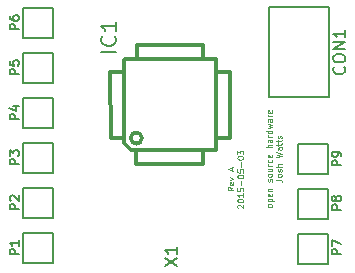
<source format=gto>
G04 (created by PCBNEW (2013-may-18)-stable) date Sun 03 May 2015 02:23:39 PM EDT*
%MOIN*%
G04 Gerber Fmt 3.4, Leading zero omitted, Abs format*
%FSLAX34Y34*%
G01*
G70*
G90*
G04 APERTURE LIST*
%ADD10C,0.00590551*%
%ADD11C,0.00492126*%
%ADD12C,0.008*%
%ADD13C,0.006*%
%ADD14C,0.012*%
G04 APERTURE END LIST*
G54D10*
G54D11*
X13563Y-12265D02*
X13470Y-12331D01*
X13563Y-12378D02*
X13367Y-12378D01*
X13367Y-12303D01*
X13376Y-12284D01*
X13385Y-12275D01*
X13404Y-12265D01*
X13432Y-12265D01*
X13451Y-12275D01*
X13460Y-12284D01*
X13470Y-12303D01*
X13470Y-12378D01*
X13554Y-12106D02*
X13563Y-12125D01*
X13563Y-12162D01*
X13554Y-12181D01*
X13535Y-12190D01*
X13460Y-12190D01*
X13442Y-12181D01*
X13432Y-12162D01*
X13432Y-12125D01*
X13442Y-12106D01*
X13460Y-12096D01*
X13479Y-12096D01*
X13498Y-12190D01*
X13432Y-12031D02*
X13563Y-11984D01*
X13432Y-11937D01*
X13507Y-11721D02*
X13507Y-11628D01*
X13563Y-11740D02*
X13367Y-11675D01*
X13563Y-11609D01*
X13710Y-12964D02*
X13701Y-12954D01*
X13691Y-12935D01*
X13691Y-12889D01*
X13701Y-12870D01*
X13710Y-12860D01*
X13729Y-12851D01*
X13748Y-12851D01*
X13776Y-12860D01*
X13888Y-12973D01*
X13888Y-12851D01*
X13691Y-12729D02*
X13691Y-12710D01*
X13701Y-12692D01*
X13710Y-12682D01*
X13729Y-12673D01*
X13766Y-12664D01*
X13813Y-12664D01*
X13851Y-12673D01*
X13869Y-12682D01*
X13879Y-12692D01*
X13888Y-12710D01*
X13888Y-12729D01*
X13879Y-12748D01*
X13869Y-12757D01*
X13851Y-12767D01*
X13813Y-12776D01*
X13766Y-12776D01*
X13729Y-12767D01*
X13710Y-12757D01*
X13701Y-12748D01*
X13691Y-12729D01*
X13888Y-12476D02*
X13888Y-12589D01*
X13888Y-12532D02*
X13691Y-12532D01*
X13720Y-12551D01*
X13738Y-12570D01*
X13748Y-12589D01*
X13691Y-12298D02*
X13691Y-12392D01*
X13785Y-12401D01*
X13776Y-12392D01*
X13766Y-12373D01*
X13766Y-12326D01*
X13776Y-12307D01*
X13785Y-12298D01*
X13804Y-12289D01*
X13851Y-12289D01*
X13869Y-12298D01*
X13879Y-12307D01*
X13888Y-12326D01*
X13888Y-12373D01*
X13879Y-12392D01*
X13869Y-12401D01*
X13813Y-12204D02*
X13813Y-12054D01*
X13691Y-11923D02*
X13691Y-11904D01*
X13701Y-11886D01*
X13710Y-11876D01*
X13729Y-11867D01*
X13766Y-11857D01*
X13813Y-11857D01*
X13851Y-11867D01*
X13869Y-11876D01*
X13879Y-11886D01*
X13888Y-11904D01*
X13888Y-11923D01*
X13879Y-11942D01*
X13869Y-11951D01*
X13851Y-11961D01*
X13813Y-11970D01*
X13766Y-11970D01*
X13729Y-11961D01*
X13710Y-11951D01*
X13701Y-11942D01*
X13691Y-11923D01*
X13691Y-11679D02*
X13691Y-11773D01*
X13785Y-11782D01*
X13776Y-11773D01*
X13766Y-11754D01*
X13766Y-11707D01*
X13776Y-11689D01*
X13785Y-11679D01*
X13804Y-11670D01*
X13851Y-11670D01*
X13869Y-11679D01*
X13879Y-11689D01*
X13888Y-11707D01*
X13888Y-11754D01*
X13879Y-11773D01*
X13869Y-11782D01*
X13813Y-11586D02*
X13813Y-11436D01*
X13691Y-11304D02*
X13691Y-11286D01*
X13701Y-11267D01*
X13710Y-11257D01*
X13729Y-11248D01*
X13766Y-11239D01*
X13813Y-11239D01*
X13851Y-11248D01*
X13869Y-11257D01*
X13879Y-11267D01*
X13888Y-11286D01*
X13888Y-11304D01*
X13879Y-11323D01*
X13869Y-11332D01*
X13851Y-11342D01*
X13813Y-11351D01*
X13766Y-11351D01*
X13729Y-11342D01*
X13710Y-11332D01*
X13701Y-11323D01*
X13691Y-11304D01*
X13691Y-11173D02*
X13691Y-11051D01*
X13766Y-11117D01*
X13766Y-11089D01*
X13776Y-11070D01*
X13785Y-11061D01*
X13804Y-11051D01*
X13851Y-11051D01*
X13869Y-11061D01*
X13879Y-11070D01*
X13888Y-11089D01*
X13888Y-11145D01*
X13879Y-11164D01*
X13869Y-11173D01*
X14843Y-12898D02*
X14834Y-12917D01*
X14824Y-12926D01*
X14805Y-12935D01*
X14749Y-12935D01*
X14730Y-12926D01*
X14721Y-12917D01*
X14712Y-12898D01*
X14712Y-12870D01*
X14721Y-12851D01*
X14730Y-12842D01*
X14749Y-12832D01*
X14805Y-12832D01*
X14824Y-12842D01*
X14834Y-12851D01*
X14843Y-12870D01*
X14843Y-12898D01*
X14712Y-12748D02*
X14909Y-12748D01*
X14721Y-12748D02*
X14712Y-12729D01*
X14712Y-12692D01*
X14721Y-12673D01*
X14730Y-12664D01*
X14749Y-12654D01*
X14805Y-12654D01*
X14824Y-12664D01*
X14834Y-12673D01*
X14843Y-12692D01*
X14843Y-12729D01*
X14834Y-12748D01*
X14834Y-12495D02*
X14843Y-12514D01*
X14843Y-12551D01*
X14834Y-12570D01*
X14815Y-12579D01*
X14740Y-12579D01*
X14721Y-12570D01*
X14712Y-12551D01*
X14712Y-12514D01*
X14721Y-12495D01*
X14740Y-12485D01*
X14759Y-12485D01*
X14777Y-12579D01*
X14712Y-12401D02*
X14843Y-12401D01*
X14730Y-12401D02*
X14721Y-12392D01*
X14712Y-12373D01*
X14712Y-12345D01*
X14721Y-12326D01*
X14740Y-12317D01*
X14843Y-12317D01*
X14834Y-12082D02*
X14843Y-12064D01*
X14843Y-12026D01*
X14834Y-12007D01*
X14815Y-11998D01*
X14805Y-11998D01*
X14787Y-12007D01*
X14777Y-12026D01*
X14777Y-12054D01*
X14768Y-12073D01*
X14749Y-12082D01*
X14740Y-12082D01*
X14721Y-12073D01*
X14712Y-12054D01*
X14712Y-12026D01*
X14721Y-12007D01*
X14843Y-11886D02*
X14834Y-11904D01*
X14824Y-11914D01*
X14805Y-11923D01*
X14749Y-11923D01*
X14730Y-11914D01*
X14721Y-11904D01*
X14712Y-11886D01*
X14712Y-11857D01*
X14721Y-11839D01*
X14730Y-11829D01*
X14749Y-11820D01*
X14805Y-11820D01*
X14824Y-11829D01*
X14834Y-11839D01*
X14843Y-11857D01*
X14843Y-11886D01*
X14712Y-11651D02*
X14843Y-11651D01*
X14712Y-11736D02*
X14815Y-11736D01*
X14834Y-11726D01*
X14843Y-11707D01*
X14843Y-11679D01*
X14834Y-11661D01*
X14824Y-11651D01*
X14843Y-11557D02*
X14712Y-11557D01*
X14749Y-11557D02*
X14730Y-11548D01*
X14721Y-11539D01*
X14712Y-11520D01*
X14712Y-11501D01*
X14834Y-11351D02*
X14843Y-11370D01*
X14843Y-11407D01*
X14834Y-11426D01*
X14824Y-11436D01*
X14805Y-11445D01*
X14749Y-11445D01*
X14730Y-11436D01*
X14721Y-11426D01*
X14712Y-11407D01*
X14712Y-11370D01*
X14721Y-11351D01*
X14834Y-11192D02*
X14843Y-11211D01*
X14843Y-11248D01*
X14834Y-11267D01*
X14815Y-11276D01*
X14740Y-11276D01*
X14721Y-11267D01*
X14712Y-11248D01*
X14712Y-11211D01*
X14721Y-11192D01*
X14740Y-11182D01*
X14759Y-11182D01*
X14777Y-11276D01*
X14843Y-10948D02*
X14646Y-10948D01*
X14843Y-10864D02*
X14740Y-10864D01*
X14721Y-10873D01*
X14712Y-10892D01*
X14712Y-10920D01*
X14721Y-10939D01*
X14730Y-10948D01*
X14843Y-10686D02*
X14740Y-10686D01*
X14721Y-10695D01*
X14712Y-10714D01*
X14712Y-10751D01*
X14721Y-10770D01*
X14834Y-10686D02*
X14843Y-10704D01*
X14843Y-10751D01*
X14834Y-10770D01*
X14815Y-10779D01*
X14796Y-10779D01*
X14777Y-10770D01*
X14768Y-10751D01*
X14768Y-10704D01*
X14759Y-10686D01*
X14843Y-10592D02*
X14712Y-10592D01*
X14749Y-10592D02*
X14730Y-10583D01*
X14721Y-10573D01*
X14712Y-10554D01*
X14712Y-10536D01*
X14843Y-10386D02*
X14646Y-10386D01*
X14834Y-10386D02*
X14843Y-10404D01*
X14843Y-10442D01*
X14834Y-10461D01*
X14824Y-10470D01*
X14805Y-10479D01*
X14749Y-10479D01*
X14730Y-10470D01*
X14721Y-10461D01*
X14712Y-10442D01*
X14712Y-10404D01*
X14721Y-10386D01*
X14712Y-10311D02*
X14843Y-10273D01*
X14749Y-10236D01*
X14843Y-10198D01*
X14712Y-10161D01*
X14843Y-10001D02*
X14740Y-10001D01*
X14721Y-10011D01*
X14712Y-10029D01*
X14712Y-10067D01*
X14721Y-10086D01*
X14834Y-10001D02*
X14843Y-10020D01*
X14843Y-10067D01*
X14834Y-10086D01*
X14815Y-10095D01*
X14796Y-10095D01*
X14777Y-10086D01*
X14768Y-10067D01*
X14768Y-10020D01*
X14759Y-10001D01*
X14843Y-9908D02*
X14712Y-9908D01*
X14749Y-9908D02*
X14730Y-9898D01*
X14721Y-9889D01*
X14712Y-9870D01*
X14712Y-9851D01*
X14834Y-9711D02*
X14843Y-9730D01*
X14843Y-9767D01*
X14834Y-9786D01*
X14815Y-9795D01*
X14740Y-9795D01*
X14721Y-9786D01*
X14712Y-9767D01*
X14712Y-9730D01*
X14721Y-9711D01*
X14740Y-9701D01*
X14759Y-9701D01*
X14777Y-9795D01*
X14971Y-12017D02*
X15112Y-12017D01*
X15140Y-12026D01*
X15158Y-12045D01*
X15168Y-12073D01*
X15168Y-12092D01*
X15168Y-11895D02*
X15158Y-11914D01*
X15149Y-11923D01*
X15130Y-11932D01*
X15074Y-11932D01*
X15055Y-11923D01*
X15046Y-11914D01*
X15037Y-11895D01*
X15037Y-11867D01*
X15046Y-11848D01*
X15055Y-11839D01*
X15074Y-11829D01*
X15130Y-11829D01*
X15149Y-11839D01*
X15158Y-11848D01*
X15168Y-11867D01*
X15168Y-11895D01*
X15158Y-11754D02*
X15168Y-11736D01*
X15168Y-11698D01*
X15158Y-11679D01*
X15140Y-11670D01*
X15130Y-11670D01*
X15112Y-11679D01*
X15102Y-11698D01*
X15102Y-11726D01*
X15093Y-11745D01*
X15074Y-11754D01*
X15065Y-11754D01*
X15046Y-11745D01*
X15037Y-11726D01*
X15037Y-11698D01*
X15046Y-11679D01*
X15168Y-11586D02*
X14971Y-11586D01*
X15168Y-11501D02*
X15065Y-11501D01*
X15046Y-11511D01*
X15037Y-11529D01*
X15037Y-11557D01*
X15046Y-11576D01*
X15055Y-11586D01*
X14971Y-11276D02*
X15168Y-11229D01*
X15027Y-11192D01*
X15168Y-11154D01*
X14971Y-11107D01*
X15168Y-10948D02*
X15065Y-10948D01*
X15046Y-10958D01*
X15037Y-10976D01*
X15037Y-11014D01*
X15046Y-11032D01*
X15158Y-10948D02*
X15168Y-10967D01*
X15168Y-11014D01*
X15158Y-11032D01*
X15140Y-11042D01*
X15121Y-11042D01*
X15102Y-11032D01*
X15093Y-11014D01*
X15093Y-10967D01*
X15083Y-10948D01*
X15037Y-10883D02*
X15037Y-10808D01*
X14971Y-10854D02*
X15140Y-10854D01*
X15158Y-10845D01*
X15168Y-10826D01*
X15168Y-10808D01*
X15037Y-10770D02*
X15037Y-10695D01*
X14971Y-10742D02*
X15140Y-10742D01*
X15158Y-10733D01*
X15168Y-10714D01*
X15168Y-10695D01*
X15158Y-10639D02*
X15168Y-10620D01*
X15168Y-10583D01*
X15158Y-10564D01*
X15140Y-10554D01*
X15130Y-10554D01*
X15112Y-10564D01*
X15102Y-10583D01*
X15102Y-10611D01*
X15093Y-10629D01*
X15074Y-10639D01*
X15065Y-10639D01*
X15046Y-10629D01*
X15037Y-10611D01*
X15037Y-10583D01*
X15046Y-10564D01*
G54D12*
X14748Y-9275D02*
X14748Y-6275D01*
X16748Y-6275D02*
X16748Y-9275D01*
X16748Y-9275D02*
X14748Y-9275D01*
X14748Y-6275D02*
X16748Y-6275D01*
G54D13*
X16720Y-13842D02*
X16720Y-14842D01*
X15720Y-14842D02*
X15720Y-13842D01*
X16720Y-14842D02*
X15720Y-14842D01*
X15720Y-13842D02*
X16720Y-13842D01*
X7535Y-6283D02*
X7535Y-7283D01*
X6535Y-7283D02*
X6535Y-6283D01*
X7535Y-7283D02*
X6535Y-7283D01*
X6535Y-6283D02*
X7535Y-6283D01*
X7535Y-7783D02*
X7535Y-8783D01*
X6535Y-8783D02*
X6535Y-7783D01*
X7535Y-8783D02*
X6535Y-8783D01*
X6535Y-7783D02*
X7535Y-7783D01*
X7535Y-9283D02*
X7535Y-10283D01*
X6535Y-10283D02*
X6535Y-9283D01*
X7535Y-10283D02*
X6535Y-10283D01*
X6535Y-9283D02*
X7535Y-9283D01*
X7535Y-10783D02*
X7535Y-11783D01*
X6535Y-11783D02*
X6535Y-10783D01*
X7535Y-11783D02*
X6535Y-11783D01*
X6535Y-10783D02*
X7535Y-10783D01*
X7535Y-12283D02*
X7535Y-13283D01*
X6535Y-13283D02*
X6535Y-12283D01*
X7535Y-13283D02*
X6535Y-13283D01*
X6535Y-12283D02*
X7535Y-12283D01*
X7535Y-13783D02*
X7535Y-14783D01*
X6535Y-14783D02*
X6535Y-13783D01*
X7535Y-14783D02*
X6535Y-14783D01*
X6535Y-13783D02*
X7535Y-13783D01*
X16720Y-10842D02*
X16720Y-11842D01*
X15720Y-11842D02*
X15720Y-10842D01*
X16720Y-11842D02*
X15720Y-11842D01*
X15720Y-10842D02*
X16720Y-10842D01*
X16720Y-12342D02*
X16720Y-13342D01*
X15720Y-13342D02*
X15720Y-12342D01*
X16720Y-13342D02*
X15720Y-13342D01*
X15720Y-12342D02*
X16720Y-12342D01*
G54D14*
X12536Y-7537D02*
X12536Y-7987D01*
X10356Y-7537D02*
X10356Y-7977D01*
X12536Y-7537D02*
X10356Y-7537D01*
X13006Y-8417D02*
X13436Y-8417D01*
X13016Y-10627D02*
X13436Y-10627D01*
X13436Y-10637D02*
X13446Y-8417D01*
X9466Y-10617D02*
X9456Y-8447D01*
X10156Y-11047D02*
X12986Y-11047D01*
X9466Y-8437D02*
X9876Y-8437D01*
X9916Y-10797D02*
X9916Y-8017D01*
X12996Y-7997D02*
X9956Y-7997D01*
X12996Y-11047D02*
X12996Y-8047D01*
X10326Y-11497D02*
X12546Y-11497D01*
X12546Y-11497D02*
X12546Y-11047D01*
X10146Y-11043D02*
X9916Y-10813D01*
X10326Y-11495D02*
X10326Y-11043D01*
X9916Y-10617D02*
X9464Y-10617D01*
X10509Y-10635D02*
G75*
G03X10509Y-10635I-188J0D01*
G74*
G01*
G54D12*
X17249Y-8261D02*
X17268Y-8280D01*
X17287Y-8337D01*
X17287Y-8375D01*
X17268Y-8432D01*
X17230Y-8470D01*
X17192Y-8489D01*
X17116Y-8508D01*
X17059Y-8508D01*
X16983Y-8489D01*
X16945Y-8470D01*
X16906Y-8432D01*
X16887Y-8375D01*
X16887Y-8337D01*
X16906Y-8280D01*
X16925Y-8261D01*
X16887Y-8013D02*
X16887Y-7937D01*
X16906Y-7899D01*
X16945Y-7861D01*
X17021Y-7842D01*
X17154Y-7842D01*
X17230Y-7861D01*
X17268Y-7899D01*
X17287Y-7937D01*
X17287Y-8013D01*
X17268Y-8051D01*
X17230Y-8089D01*
X17154Y-8108D01*
X17021Y-8108D01*
X16945Y-8089D01*
X16906Y-8051D01*
X16887Y-8013D01*
X17287Y-7670D02*
X16887Y-7670D01*
X17287Y-7442D01*
X16887Y-7442D01*
X17287Y-7042D02*
X17287Y-7270D01*
X17287Y-7156D02*
X16887Y-7156D01*
X16945Y-7194D01*
X16983Y-7232D01*
X17002Y-7270D01*
G54D13*
X17148Y-14493D02*
X16848Y-14493D01*
X16848Y-14378D01*
X16863Y-14350D01*
X16877Y-14335D01*
X16906Y-14321D01*
X16948Y-14321D01*
X16977Y-14335D01*
X16991Y-14350D01*
X17006Y-14378D01*
X17006Y-14493D01*
X16848Y-14221D02*
X16848Y-14021D01*
X17148Y-14150D01*
X6406Y-7004D02*
X6106Y-7004D01*
X6106Y-6890D01*
X6121Y-6862D01*
X6135Y-6847D01*
X6164Y-6833D01*
X6206Y-6833D01*
X6235Y-6847D01*
X6249Y-6862D01*
X6264Y-6890D01*
X6264Y-7004D01*
X6106Y-6576D02*
X6106Y-6633D01*
X6121Y-6662D01*
X6135Y-6676D01*
X6178Y-6704D01*
X6235Y-6719D01*
X6349Y-6719D01*
X6378Y-6704D01*
X6392Y-6690D01*
X6406Y-6662D01*
X6406Y-6604D01*
X6392Y-6576D01*
X6378Y-6562D01*
X6349Y-6547D01*
X6278Y-6547D01*
X6249Y-6562D01*
X6235Y-6576D01*
X6221Y-6604D01*
X6221Y-6662D01*
X6235Y-6690D01*
X6249Y-6704D01*
X6278Y-6719D01*
X6406Y-8504D02*
X6106Y-8504D01*
X6106Y-8390D01*
X6121Y-8362D01*
X6135Y-8347D01*
X6164Y-8333D01*
X6206Y-8333D01*
X6235Y-8347D01*
X6249Y-8362D01*
X6264Y-8390D01*
X6264Y-8504D01*
X6106Y-8062D02*
X6106Y-8204D01*
X6249Y-8219D01*
X6235Y-8204D01*
X6221Y-8176D01*
X6221Y-8104D01*
X6235Y-8076D01*
X6249Y-8062D01*
X6278Y-8047D01*
X6349Y-8047D01*
X6378Y-8062D01*
X6392Y-8076D01*
X6406Y-8104D01*
X6406Y-8176D01*
X6392Y-8204D01*
X6378Y-8219D01*
X6406Y-10004D02*
X6106Y-10004D01*
X6106Y-9890D01*
X6121Y-9862D01*
X6135Y-9847D01*
X6164Y-9833D01*
X6206Y-9833D01*
X6235Y-9847D01*
X6249Y-9862D01*
X6264Y-9890D01*
X6264Y-10004D01*
X6206Y-9576D02*
X6406Y-9576D01*
X6092Y-9647D02*
X6306Y-9719D01*
X6306Y-9533D01*
X6406Y-11504D02*
X6106Y-11504D01*
X6106Y-11390D01*
X6121Y-11362D01*
X6135Y-11347D01*
X6164Y-11333D01*
X6206Y-11333D01*
X6235Y-11347D01*
X6249Y-11362D01*
X6264Y-11390D01*
X6264Y-11504D01*
X6106Y-11233D02*
X6106Y-11047D01*
X6221Y-11147D01*
X6221Y-11104D01*
X6235Y-11076D01*
X6249Y-11062D01*
X6278Y-11047D01*
X6349Y-11047D01*
X6378Y-11062D01*
X6392Y-11076D01*
X6406Y-11104D01*
X6406Y-11190D01*
X6392Y-11219D01*
X6378Y-11233D01*
X6406Y-13004D02*
X6106Y-13004D01*
X6106Y-12890D01*
X6121Y-12862D01*
X6135Y-12847D01*
X6164Y-12833D01*
X6206Y-12833D01*
X6235Y-12847D01*
X6249Y-12862D01*
X6264Y-12890D01*
X6264Y-13004D01*
X6135Y-12719D02*
X6121Y-12704D01*
X6106Y-12676D01*
X6106Y-12604D01*
X6121Y-12576D01*
X6135Y-12562D01*
X6164Y-12547D01*
X6192Y-12547D01*
X6235Y-12562D01*
X6406Y-12733D01*
X6406Y-12547D01*
X6406Y-14504D02*
X6106Y-14504D01*
X6106Y-14390D01*
X6121Y-14362D01*
X6135Y-14347D01*
X6164Y-14333D01*
X6206Y-14333D01*
X6235Y-14347D01*
X6249Y-14362D01*
X6264Y-14390D01*
X6264Y-14504D01*
X6406Y-14047D02*
X6406Y-14219D01*
X6406Y-14133D02*
X6106Y-14133D01*
X6149Y-14162D01*
X6178Y-14190D01*
X6192Y-14219D01*
X17148Y-11540D02*
X16848Y-11540D01*
X16848Y-11426D01*
X16863Y-11397D01*
X16877Y-11383D01*
X16906Y-11368D01*
X16948Y-11368D01*
X16977Y-11383D01*
X16991Y-11397D01*
X17006Y-11426D01*
X17006Y-11540D01*
X17148Y-11226D02*
X17148Y-11168D01*
X17134Y-11140D01*
X17120Y-11126D01*
X17077Y-11097D01*
X17020Y-11083D01*
X16906Y-11083D01*
X16877Y-11097D01*
X16863Y-11111D01*
X16848Y-11140D01*
X16848Y-11197D01*
X16863Y-11226D01*
X16877Y-11240D01*
X16906Y-11254D01*
X16977Y-11254D01*
X17006Y-11240D01*
X17020Y-11226D01*
X17034Y-11197D01*
X17034Y-11140D01*
X17020Y-11111D01*
X17006Y-11097D01*
X16977Y-11083D01*
X17148Y-13016D02*
X16848Y-13016D01*
X16848Y-12902D01*
X16863Y-12873D01*
X16877Y-12859D01*
X16906Y-12845D01*
X16948Y-12845D01*
X16977Y-12859D01*
X16991Y-12873D01*
X17006Y-12902D01*
X17006Y-13016D01*
X16977Y-12673D02*
X16963Y-12702D01*
X16948Y-12716D01*
X16920Y-12730D01*
X16906Y-12730D01*
X16877Y-12716D01*
X16863Y-12702D01*
X16848Y-12673D01*
X16848Y-12616D01*
X16863Y-12588D01*
X16877Y-12573D01*
X16906Y-12559D01*
X16920Y-12559D01*
X16948Y-12573D01*
X16963Y-12588D01*
X16977Y-12616D01*
X16977Y-12673D01*
X16991Y-12702D01*
X17006Y-12716D01*
X17034Y-12730D01*
X17091Y-12730D01*
X17120Y-12716D01*
X17134Y-12702D01*
X17148Y-12673D01*
X17148Y-12616D01*
X17134Y-12588D01*
X17120Y-12573D01*
X17091Y-12559D01*
X17034Y-12559D01*
X17006Y-12573D01*
X16991Y-12588D01*
X16977Y-12616D01*
G54D10*
X11281Y-14885D02*
X11675Y-14623D01*
X11281Y-14623D02*
X11675Y-14885D01*
X11675Y-14266D02*
X11675Y-14491D01*
X11675Y-14379D02*
X11281Y-14379D01*
X11337Y-14416D01*
X11375Y-14454D01*
X11393Y-14491D01*
G54D12*
X9651Y-7771D02*
X9151Y-7771D01*
X9603Y-7247D02*
X9627Y-7271D01*
X9651Y-7342D01*
X9651Y-7390D01*
X9627Y-7462D01*
X9579Y-7509D01*
X9532Y-7533D01*
X9436Y-7557D01*
X9365Y-7557D01*
X9270Y-7533D01*
X9222Y-7509D01*
X9175Y-7462D01*
X9151Y-7390D01*
X9151Y-7342D01*
X9175Y-7271D01*
X9198Y-7247D01*
X9651Y-6771D02*
X9651Y-7057D01*
X9651Y-6914D02*
X9151Y-6914D01*
X9222Y-6962D01*
X9270Y-7009D01*
X9294Y-7057D01*
M02*

</source>
